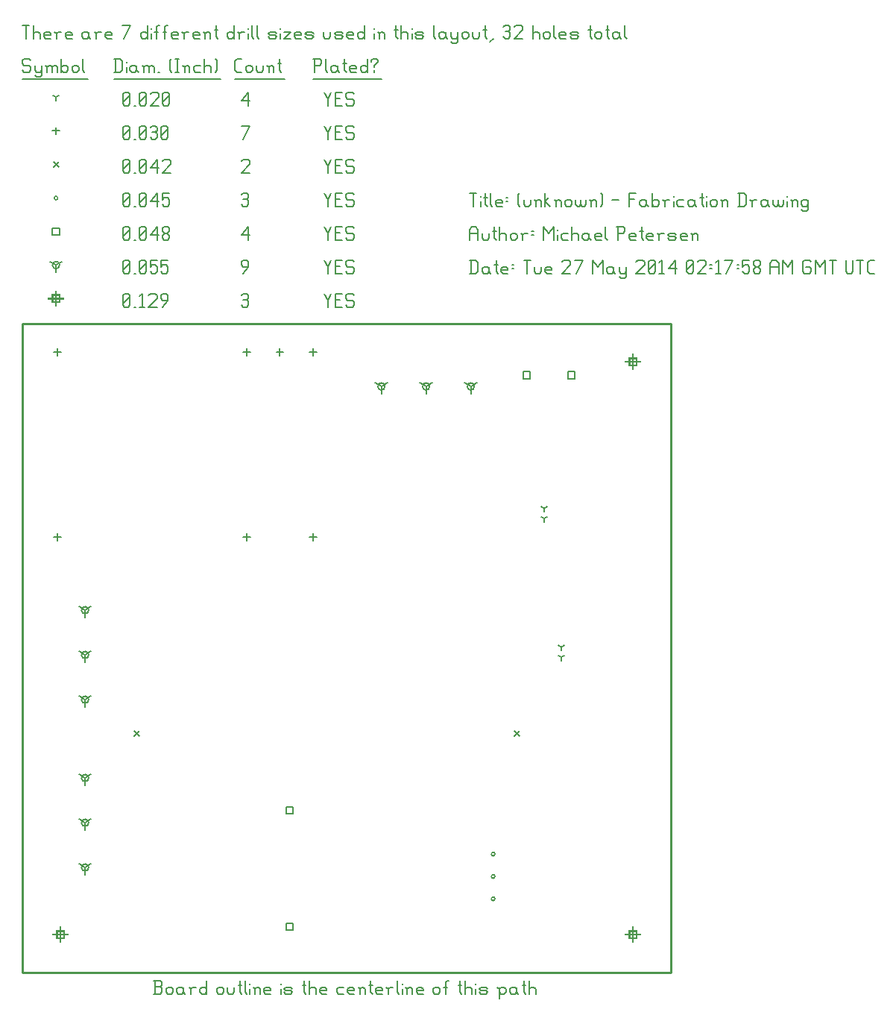
<source format=gbr>
G04 start of page 12 for group -3984 idx -3984 *
G04 Title: (unknown), fab *
G04 Creator: pcb 20110918 *
G04 CreationDate: Tue 27 May 2014 02:17:58 AM GMT UTC *
G04 For: railfan *
G04 Format: Gerber/RS-274X *
G04 PCB-Dimensions: 290000 290000 *
G04 PCB-Coordinate-Origin: lower left *
%MOIN*%
%FSLAX25Y25*%
%LNFAB*%
%ADD100C,0.0100*%
%ADD99C,0.0075*%
%ADD98C,0.0060*%
%ADD97R,0.0080X0.0080*%
G54D97*X273000Y276200D02*Y269800D01*
X269800Y273000D02*X276200D01*
X271400Y274600D02*X274600D01*
X271400D02*Y271400D01*
X274600D01*
Y274600D02*Y271400D01*
X17000Y20200D02*Y13800D01*
X13800Y17000D02*X20200D01*
X15400Y18600D02*X18600D01*
X15400D02*Y15400D01*
X18600D01*
Y18600D02*Y15400D01*
X273000Y20200D02*Y13800D01*
X269800Y17000D02*X276200D01*
X271400Y18600D02*X274600D01*
X271400D02*Y15400D01*
X274600D01*
Y18600D02*Y15400D01*
X15000Y304450D02*Y298050D01*
X11800Y301250D02*X18200D01*
X13400Y302850D02*X16600D01*
X13400D02*Y299650D01*
X16600D01*
Y302850D02*Y299650D01*
G54D98*X135000Y303500D02*X136500Y300500D01*
X138000Y303500D01*
X136500Y300500D02*Y297500D01*
X139800Y300800D02*X142050D01*
X139800Y297500D02*X142800D01*
X139800Y303500D02*Y297500D01*
Y303500D02*X142800D01*
X147600D02*X148350Y302750D01*
X145350Y303500D02*X147600D01*
X144600Y302750D02*X145350Y303500D01*
X144600Y302750D02*Y301250D01*
X145350Y300500D01*
X147600D01*
X148350Y299750D01*
Y298250D01*
X147600Y297500D02*X148350Y298250D01*
X145350Y297500D02*X147600D01*
X144600Y298250D02*X145350Y297500D01*
X98000Y302750D02*X98750Y303500D01*
X100250D01*
X101000Y302750D01*
X100250Y297500D02*X101000Y298250D01*
X98750Y297500D02*X100250D01*
X98000Y298250D02*X98750Y297500D01*
Y300800D02*X100250D01*
X101000Y302750D02*Y301550D01*
Y300050D02*Y298250D01*
Y300050D02*X100250Y300800D01*
X101000Y301550D02*X100250Y300800D01*
X45000Y298250D02*X45750Y297500D01*
X45000Y302750D02*Y298250D01*
Y302750D02*X45750Y303500D01*
X47250D01*
X48000Y302750D01*
Y298250D01*
X47250Y297500D02*X48000Y298250D01*
X45750Y297500D02*X47250D01*
X45000Y299000D02*X48000Y302000D01*
X49800Y297500D02*X50550D01*
X52350Y302300D02*X53550Y303500D01*
Y297500D01*
X52350D02*X54600D01*
X56400Y302750D02*X57150Y303500D01*
X59400D01*
X60150Y302750D01*
Y301250D01*
X56400Y297500D02*X60150Y301250D01*
X56400Y297500D02*X60150D01*
X62700D02*X64950Y300500D01*
Y302750D02*Y300500D01*
X64200Y303500D02*X64950Y302750D01*
X62700Y303500D02*X64200D01*
X61950Y302750D02*X62700Y303500D01*
X61950Y302750D02*Y301250D01*
X62700Y300500D01*
X64950D01*
X28000Y162000D02*Y158800D01*
Y162000D02*X30773Y163600D01*
X28000Y162000D02*X25227Y163600D01*
X26400Y162000D02*G75*G03X29600Y162000I1600J0D01*G01*
G75*G03X26400Y162000I-1600J0D01*G01*
X28000Y142000D02*Y138800D01*
Y142000D02*X30773Y143600D01*
X28000Y142000D02*X25227Y143600D01*
X26400Y142000D02*G75*G03X29600Y142000I1600J0D01*G01*
G75*G03X26400Y142000I-1600J0D01*G01*
X28000Y122000D02*Y118800D01*
Y122000D02*X30773Y123600D01*
X28000Y122000D02*X25227Y123600D01*
X26400Y122000D02*G75*G03X29600Y122000I1600J0D01*G01*
G75*G03X26400Y122000I-1600J0D01*G01*
X200500Y262000D02*Y258800D01*
Y262000D02*X203273Y263600D01*
X200500Y262000D02*X197727Y263600D01*
X198900Y262000D02*G75*G03X202100Y262000I1600J0D01*G01*
G75*G03X198900Y262000I-1600J0D01*G01*
X180500D02*Y258800D01*
Y262000D02*X183273Y263600D01*
X180500Y262000D02*X177727Y263600D01*
X178900Y262000D02*G75*G03X182100Y262000I1600J0D01*G01*
G75*G03X178900Y262000I-1600J0D01*G01*
X160500D02*Y258800D01*
Y262000D02*X163273Y263600D01*
X160500Y262000D02*X157727Y263600D01*
X158900Y262000D02*G75*G03X162100Y262000I1600J0D01*G01*
G75*G03X158900Y262000I-1600J0D01*G01*
X28000Y87000D02*Y83800D01*
Y87000D02*X30773Y88600D01*
X28000Y87000D02*X25227Y88600D01*
X26400Y87000D02*G75*G03X29600Y87000I1600J0D01*G01*
G75*G03X26400Y87000I-1600J0D01*G01*
X28000Y67000D02*Y63800D01*
Y67000D02*X30773Y68600D01*
X28000Y67000D02*X25227Y68600D01*
X26400Y67000D02*G75*G03X29600Y67000I1600J0D01*G01*
G75*G03X26400Y67000I-1600J0D01*G01*
X28000Y47000D02*Y43800D01*
Y47000D02*X30773Y48600D01*
X28000Y47000D02*X25227Y48600D01*
X26400Y47000D02*G75*G03X29600Y47000I1600J0D01*G01*
G75*G03X26400Y47000I-1600J0D01*G01*
X15000Y316250D02*Y313050D01*
Y316250D02*X17773Y317850D01*
X15000Y316250D02*X12227Y317850D01*
X13400Y316250D02*G75*G03X16600Y316250I1600J0D01*G01*
G75*G03X13400Y316250I-1600J0D01*G01*
X135000Y318500D02*X136500Y315500D01*
X138000Y318500D01*
X136500Y315500D02*Y312500D01*
X139800Y315800D02*X142050D01*
X139800Y312500D02*X142800D01*
X139800Y318500D02*Y312500D01*
Y318500D02*X142800D01*
X147600D02*X148350Y317750D01*
X145350Y318500D02*X147600D01*
X144600Y317750D02*X145350Y318500D01*
X144600Y317750D02*Y316250D01*
X145350Y315500D01*
X147600D01*
X148350Y314750D01*
Y313250D01*
X147600Y312500D02*X148350Y313250D01*
X145350Y312500D02*X147600D01*
X144600Y313250D02*X145350Y312500D01*
X98750D02*X101000Y315500D01*
Y317750D02*Y315500D01*
X100250Y318500D02*X101000Y317750D01*
X98750Y318500D02*X100250D01*
X98000Y317750D02*X98750Y318500D01*
X98000Y317750D02*Y316250D01*
X98750Y315500D01*
X101000D01*
X45000Y313250D02*X45750Y312500D01*
X45000Y317750D02*Y313250D01*
Y317750D02*X45750Y318500D01*
X47250D01*
X48000Y317750D01*
Y313250D01*
X47250Y312500D02*X48000Y313250D01*
X45750Y312500D02*X47250D01*
X45000Y314000D02*X48000Y317000D01*
X49800Y312500D02*X50550D01*
X52350Y313250D02*X53100Y312500D01*
X52350Y317750D02*Y313250D01*
Y317750D02*X53100Y318500D01*
X54600D01*
X55350Y317750D01*
Y313250D01*
X54600Y312500D02*X55350Y313250D01*
X53100Y312500D02*X54600D01*
X52350Y314000D02*X55350Y317000D01*
X57150Y318500D02*X60150D01*
X57150D02*Y315500D01*
X57900Y316250D01*
X59400D01*
X60150Y315500D01*
Y313250D01*
X59400Y312500D02*X60150Y313250D01*
X57900Y312500D02*X59400D01*
X57150Y313250D02*X57900Y312500D01*
X61950Y318500D02*X64950D01*
X61950D02*Y315500D01*
X62700Y316250D01*
X64200D01*
X64950Y315500D01*
Y313250D01*
X64200Y312500D02*X64950Y313250D01*
X62700Y312500D02*X64200D01*
X61950Y313250D02*X62700Y312500D01*
X243900Y268600D02*X247100D01*
X243900D02*Y265400D01*
X247100D01*
Y268600D02*Y265400D01*
X223900Y268600D02*X227100D01*
X223900D02*Y265400D01*
X227100D01*
Y268600D02*Y265400D01*
X117900Y74100D02*X121100D01*
X117900D02*Y70900D01*
X121100D01*
Y74100D02*Y70900D01*
X117900Y22100D02*X121100D01*
X117900D02*Y18900D01*
X121100D01*
Y22100D02*Y18900D01*
X13400Y332850D02*X16600D01*
X13400D02*Y329650D01*
X16600D01*
Y332850D02*Y329650D01*
X135000Y333500D02*X136500Y330500D01*
X138000Y333500D01*
X136500Y330500D02*Y327500D01*
X139800Y330800D02*X142050D01*
X139800Y327500D02*X142800D01*
X139800Y333500D02*Y327500D01*
Y333500D02*X142800D01*
X147600D02*X148350Y332750D01*
X145350Y333500D02*X147600D01*
X144600Y332750D02*X145350Y333500D01*
X144600Y332750D02*Y331250D01*
X145350Y330500D01*
X147600D01*
X148350Y329750D01*
Y328250D01*
X147600Y327500D02*X148350Y328250D01*
X145350Y327500D02*X147600D01*
X144600Y328250D02*X145350Y327500D01*
X98000Y329750D02*X101000Y333500D01*
X98000Y329750D02*X101750D01*
X101000Y333500D02*Y327500D01*
X45000Y328250D02*X45750Y327500D01*
X45000Y332750D02*Y328250D01*
Y332750D02*X45750Y333500D01*
X47250D01*
X48000Y332750D01*
Y328250D01*
X47250Y327500D02*X48000Y328250D01*
X45750Y327500D02*X47250D01*
X45000Y329000D02*X48000Y332000D01*
X49800Y327500D02*X50550D01*
X52350Y328250D02*X53100Y327500D01*
X52350Y332750D02*Y328250D01*
Y332750D02*X53100Y333500D01*
X54600D01*
X55350Y332750D01*
Y328250D01*
X54600Y327500D02*X55350Y328250D01*
X53100Y327500D02*X54600D01*
X52350Y329000D02*X55350Y332000D01*
X57150Y329750D02*X60150Y333500D01*
X57150Y329750D02*X60900D01*
X60150Y333500D02*Y327500D01*
X62700Y328250D02*X63450Y327500D01*
X62700Y329450D02*Y328250D01*
Y329450D02*X63750Y330500D01*
X64650D01*
X65700Y329450D01*
Y328250D01*
X64950Y327500D02*X65700Y328250D01*
X63450Y327500D02*X64950D01*
X62700Y331550D02*X63750Y330500D01*
X62700Y332750D02*Y331550D01*
Y332750D02*X63450Y333500D01*
X64950D01*
X65700Y332750D01*
Y331550D01*
X64650Y330500D02*X65700Y331550D01*
X209700Y53000D02*G75*G03X211300Y53000I800J0D01*G01*
G75*G03X209700Y53000I-800J0D01*G01*
Y43000D02*G75*G03X211300Y43000I800J0D01*G01*
G75*G03X209700Y43000I-800J0D01*G01*
Y33000D02*G75*G03X211300Y33000I800J0D01*G01*
G75*G03X209700Y33000I-800J0D01*G01*
X14200Y346250D02*G75*G03X15800Y346250I800J0D01*G01*
G75*G03X14200Y346250I-800J0D01*G01*
X135000Y348500D02*X136500Y345500D01*
X138000Y348500D01*
X136500Y345500D02*Y342500D01*
X139800Y345800D02*X142050D01*
X139800Y342500D02*X142800D01*
X139800Y348500D02*Y342500D01*
Y348500D02*X142800D01*
X147600D02*X148350Y347750D01*
X145350Y348500D02*X147600D01*
X144600Y347750D02*X145350Y348500D01*
X144600Y347750D02*Y346250D01*
X145350Y345500D01*
X147600D01*
X148350Y344750D01*
Y343250D01*
X147600Y342500D02*X148350Y343250D01*
X145350Y342500D02*X147600D01*
X144600Y343250D02*X145350Y342500D01*
X98000Y347750D02*X98750Y348500D01*
X100250D01*
X101000Y347750D01*
X100250Y342500D02*X101000Y343250D01*
X98750Y342500D02*X100250D01*
X98000Y343250D02*X98750Y342500D01*
Y345800D02*X100250D01*
X101000Y347750D02*Y346550D01*
Y345050D02*Y343250D01*
Y345050D02*X100250Y345800D01*
X101000Y346550D02*X100250Y345800D01*
X45000Y343250D02*X45750Y342500D01*
X45000Y347750D02*Y343250D01*
Y347750D02*X45750Y348500D01*
X47250D01*
X48000Y347750D01*
Y343250D01*
X47250Y342500D02*X48000Y343250D01*
X45750Y342500D02*X47250D01*
X45000Y344000D02*X48000Y347000D01*
X49800Y342500D02*X50550D01*
X52350Y343250D02*X53100Y342500D01*
X52350Y347750D02*Y343250D01*
Y347750D02*X53100Y348500D01*
X54600D01*
X55350Y347750D01*
Y343250D01*
X54600Y342500D02*X55350Y343250D01*
X53100Y342500D02*X54600D01*
X52350Y344000D02*X55350Y347000D01*
X57150Y344750D02*X60150Y348500D01*
X57150Y344750D02*X60900D01*
X60150Y348500D02*Y342500D01*
X62700Y348500D02*X65700D01*
X62700D02*Y345500D01*
X63450Y346250D01*
X64950D01*
X65700Y345500D01*
Y343250D01*
X64950Y342500D02*X65700Y343250D01*
X63450Y342500D02*X64950D01*
X62700Y343250D02*X63450Y342500D01*
X49800Y108200D02*X52200Y105800D01*
X49800D02*X52200Y108200D01*
X219800D02*X222200Y105800D01*
X219800D02*X222200Y108200D01*
X13800Y362450D02*X16200Y360050D01*
X13800D02*X16200Y362450D01*
X135000Y363500D02*X136500Y360500D01*
X138000Y363500D01*
X136500Y360500D02*Y357500D01*
X139800Y360800D02*X142050D01*
X139800Y357500D02*X142800D01*
X139800Y363500D02*Y357500D01*
Y363500D02*X142800D01*
X147600D02*X148350Y362750D01*
X145350Y363500D02*X147600D01*
X144600Y362750D02*X145350Y363500D01*
X144600Y362750D02*Y361250D01*
X145350Y360500D01*
X147600D01*
X148350Y359750D01*
Y358250D01*
X147600Y357500D02*X148350Y358250D01*
X145350Y357500D02*X147600D01*
X144600Y358250D02*X145350Y357500D01*
X98000Y362750D02*X98750Y363500D01*
X101000D01*
X101750Y362750D01*
Y361250D01*
X98000Y357500D02*X101750Y361250D01*
X98000Y357500D02*X101750D01*
X45000Y358250D02*X45750Y357500D01*
X45000Y362750D02*Y358250D01*
Y362750D02*X45750Y363500D01*
X47250D01*
X48000Y362750D01*
Y358250D01*
X47250Y357500D02*X48000Y358250D01*
X45750Y357500D02*X47250D01*
X45000Y359000D02*X48000Y362000D01*
X49800Y357500D02*X50550D01*
X52350Y358250D02*X53100Y357500D01*
X52350Y362750D02*Y358250D01*
Y362750D02*X53100Y363500D01*
X54600D01*
X55350Y362750D01*
Y358250D01*
X54600Y357500D02*X55350Y358250D01*
X53100Y357500D02*X54600D01*
X52350Y359000D02*X55350Y362000D01*
X57150Y359750D02*X60150Y363500D01*
X57150Y359750D02*X60900D01*
X60150Y363500D02*Y357500D01*
X62700Y362750D02*X63450Y363500D01*
X65700D01*
X66450Y362750D01*
Y361250D01*
X62700Y357500D02*X66450Y361250D01*
X62700Y357500D02*X66450D01*
X15702Y278907D02*Y275707D01*
X14102Y277307D02*X17302D01*
X100348Y278907D02*Y275707D01*
X98748Y277307D02*X101948D01*
X115111Y278907D02*Y275707D01*
X113511Y277307D02*X116711D01*
X129875Y278907D02*Y275707D01*
X128275Y277307D02*X131475D01*
X129875Y196230D02*Y193030D01*
X128275Y194630D02*X131475D01*
X100348Y196230D02*Y193030D01*
X98748Y194630D02*X101948D01*
X15702Y196230D02*Y193030D01*
X14102Y194630D02*X17302D01*
X15000Y377850D02*Y374650D01*
X13400Y376250D02*X16600D01*
X135000Y378500D02*X136500Y375500D01*
X138000Y378500D01*
X136500Y375500D02*Y372500D01*
X139800Y375800D02*X142050D01*
X139800Y372500D02*X142800D01*
X139800Y378500D02*Y372500D01*
Y378500D02*X142800D01*
X147600D02*X148350Y377750D01*
X145350Y378500D02*X147600D01*
X144600Y377750D02*X145350Y378500D01*
X144600Y377750D02*Y376250D01*
X145350Y375500D01*
X147600D01*
X148350Y374750D01*
Y373250D01*
X147600Y372500D02*X148350Y373250D01*
X145350Y372500D02*X147600D01*
X144600Y373250D02*X145350Y372500D01*
X98750D02*X101750Y378500D01*
X98000D02*X101750D01*
X45000Y373250D02*X45750Y372500D01*
X45000Y377750D02*Y373250D01*
Y377750D02*X45750Y378500D01*
X47250D01*
X48000Y377750D01*
Y373250D01*
X47250Y372500D02*X48000Y373250D01*
X45750Y372500D02*X47250D01*
X45000Y374000D02*X48000Y377000D01*
X49800Y372500D02*X50550D01*
X52350Y373250D02*X53100Y372500D01*
X52350Y377750D02*Y373250D01*
Y377750D02*X53100Y378500D01*
X54600D01*
X55350Y377750D01*
Y373250D01*
X54600Y372500D02*X55350Y373250D01*
X53100Y372500D02*X54600D01*
X52350Y374000D02*X55350Y377000D01*
X57150Y377750D02*X57900Y378500D01*
X59400D01*
X60150Y377750D01*
X59400Y372500D02*X60150Y373250D01*
X57900Y372500D02*X59400D01*
X57150Y373250D02*X57900Y372500D01*
Y375800D02*X59400D01*
X60150Y377750D02*Y376550D01*
Y375050D02*Y373250D01*
Y375050D02*X59400Y375800D01*
X60150Y376550D02*X59400Y375800D01*
X61950Y373250D02*X62700Y372500D01*
X61950Y377750D02*Y373250D01*
Y377750D02*X62700Y378500D01*
X64200D01*
X64950Y377750D01*
Y373250D01*
X64200Y372500D02*X64950Y373250D01*
X62700Y372500D02*X64200D01*
X61950Y374000D02*X64950Y377000D01*
X233200Y203000D02*Y201400D01*
Y203000D02*X234587Y203800D01*
X233200Y203000D02*X231813Y203800D01*
X241000Y145500D02*Y143900D01*
Y145500D02*X242387Y146300D01*
X241000Y145500D02*X239613Y146300D01*
X241000Y141000D02*Y139400D01*
Y141000D02*X242387Y141800D01*
X241000Y141000D02*X239613Y141800D01*
X233200Y207500D02*Y205900D01*
Y207500D02*X234587Y208300D01*
X233200Y207500D02*X231813Y208300D01*
X15000Y391250D02*Y389650D01*
Y391250D02*X16387Y392050D01*
X15000Y391250D02*X13613Y392050D01*
X135000Y393500D02*X136500Y390500D01*
X138000Y393500D01*
X136500Y390500D02*Y387500D01*
X139800Y390800D02*X142050D01*
X139800Y387500D02*X142800D01*
X139800Y393500D02*Y387500D01*
Y393500D02*X142800D01*
X147600D02*X148350Y392750D01*
X145350Y393500D02*X147600D01*
X144600Y392750D02*X145350Y393500D01*
X144600Y392750D02*Y391250D01*
X145350Y390500D01*
X147600D01*
X148350Y389750D01*
Y388250D01*
X147600Y387500D02*X148350Y388250D01*
X145350Y387500D02*X147600D01*
X144600Y388250D02*X145350Y387500D01*
X98000Y389750D02*X101000Y393500D01*
X98000Y389750D02*X101750D01*
X101000Y393500D02*Y387500D01*
X45000Y388250D02*X45750Y387500D01*
X45000Y392750D02*Y388250D01*
Y392750D02*X45750Y393500D01*
X47250D01*
X48000Y392750D01*
Y388250D01*
X47250Y387500D02*X48000Y388250D01*
X45750Y387500D02*X47250D01*
X45000Y389000D02*X48000Y392000D01*
X49800Y387500D02*X50550D01*
X52350Y388250D02*X53100Y387500D01*
X52350Y392750D02*Y388250D01*
Y392750D02*X53100Y393500D01*
X54600D01*
X55350Y392750D01*
Y388250D01*
X54600Y387500D02*X55350Y388250D01*
X53100Y387500D02*X54600D01*
X52350Y389000D02*X55350Y392000D01*
X57150Y392750D02*X57900Y393500D01*
X60150D01*
X60900Y392750D01*
Y391250D01*
X57150Y387500D02*X60900Y391250D01*
X57150Y387500D02*X60900D01*
X62700Y388250D02*X63450Y387500D01*
X62700Y392750D02*Y388250D01*
Y392750D02*X63450Y393500D01*
X64950D01*
X65700Y392750D01*
Y388250D01*
X64950Y387500D02*X65700Y388250D01*
X63450Y387500D02*X64950D01*
X62700Y389000D02*X65700Y392000D01*
X3000Y408500D02*X3750Y407750D01*
X750Y408500D02*X3000D01*
X0Y407750D02*X750Y408500D01*
X0Y407750D02*Y406250D01*
X750Y405500D01*
X3000D01*
X3750Y404750D01*
Y403250D01*
X3000Y402500D02*X3750Y403250D01*
X750Y402500D02*X3000D01*
X0Y403250D02*X750Y402500D01*
X5550Y405500D02*Y403250D01*
X6300Y402500D01*
X8550Y405500D02*Y401000D01*
X7800Y400250D02*X8550Y401000D01*
X6300Y400250D02*X7800D01*
X5550Y401000D02*X6300Y400250D01*
Y402500D02*X7800D01*
X8550Y403250D01*
X11100Y404750D02*Y402500D01*
Y404750D02*X11850Y405500D01*
X12600D01*
X13350Y404750D01*
Y402500D01*
Y404750D02*X14100Y405500D01*
X14850D01*
X15600Y404750D01*
Y402500D01*
X10350Y405500D02*X11100Y404750D01*
X17400Y408500D02*Y402500D01*
Y403250D02*X18150Y402500D01*
X19650D01*
X20400Y403250D01*
Y404750D02*Y403250D01*
X19650Y405500D02*X20400Y404750D01*
X18150Y405500D02*X19650D01*
X17400Y404750D02*X18150Y405500D01*
X22200Y404750D02*Y403250D01*
Y404750D02*X22950Y405500D01*
X24450D01*
X25200Y404750D01*
Y403250D01*
X24450Y402500D02*X25200Y403250D01*
X22950Y402500D02*X24450D01*
X22200Y403250D02*X22950Y402500D01*
X27000Y408500D02*Y403250D01*
X27750Y402500D01*
X0Y399250D02*X29250D01*
X41750Y408500D02*Y402500D01*
X43700Y408500D02*X44750Y407450D01*
Y403550D01*
X43700Y402500D02*X44750Y403550D01*
X41000Y402500D02*X43700D01*
X41000Y408500D02*X43700D01*
G54D99*X46550Y407000D02*Y406850D01*
G54D98*Y404750D02*Y402500D01*
X50300Y405500D02*X51050Y404750D01*
X48800Y405500D02*X50300D01*
X48050Y404750D02*X48800Y405500D01*
X48050Y404750D02*Y403250D01*
X48800Y402500D01*
X51050Y405500D02*Y403250D01*
X51800Y402500D01*
X48800D02*X50300D01*
X51050Y403250D01*
X54350Y404750D02*Y402500D01*
Y404750D02*X55100Y405500D01*
X55850D01*
X56600Y404750D01*
Y402500D01*
Y404750D02*X57350Y405500D01*
X58100D01*
X58850Y404750D01*
Y402500D01*
X53600Y405500D02*X54350Y404750D01*
X60650Y402500D02*X61400D01*
X65900Y403250D02*X66650Y402500D01*
X65900Y407750D02*X66650Y408500D01*
X65900Y407750D02*Y403250D01*
X68450Y408500D02*X69950D01*
X69200D02*Y402500D01*
X68450D02*X69950D01*
X72500Y404750D02*Y402500D01*
Y404750D02*X73250Y405500D01*
X74000D01*
X74750Y404750D01*
Y402500D01*
X71750Y405500D02*X72500Y404750D01*
X77300Y405500D02*X79550D01*
X76550Y404750D02*X77300Y405500D01*
X76550Y404750D02*Y403250D01*
X77300Y402500D01*
X79550D01*
X81350Y408500D02*Y402500D01*
Y404750D02*X82100Y405500D01*
X83600D01*
X84350Y404750D01*
Y402500D01*
X86150Y408500D02*X86900Y407750D01*
Y403250D01*
X86150Y402500D02*X86900Y403250D01*
X41000Y399250D02*X88700D01*
X96050Y402500D02*X98000D01*
X95000Y403550D02*X96050Y402500D01*
X95000Y407450D02*Y403550D01*
Y407450D02*X96050Y408500D01*
X98000D01*
X99800Y404750D02*Y403250D01*
Y404750D02*X100550Y405500D01*
X102050D01*
X102800Y404750D01*
Y403250D01*
X102050Y402500D02*X102800Y403250D01*
X100550Y402500D02*X102050D01*
X99800Y403250D02*X100550Y402500D01*
X104600Y405500D02*Y403250D01*
X105350Y402500D01*
X106850D01*
X107600Y403250D01*
Y405500D02*Y403250D01*
X110150Y404750D02*Y402500D01*
Y404750D02*X110900Y405500D01*
X111650D01*
X112400Y404750D01*
Y402500D01*
X109400Y405500D02*X110150Y404750D01*
X114950Y408500D02*Y403250D01*
X115700Y402500D01*
X114200Y406250D02*X115700D01*
X95000Y399250D02*X117200D01*
X130750Y408500D02*Y402500D01*
X130000Y408500D02*X133000D01*
X133750Y407750D01*
Y406250D01*
X133000Y405500D02*X133750Y406250D01*
X130750Y405500D02*X133000D01*
X135550Y408500D02*Y403250D01*
X136300Y402500D01*
X140050Y405500D02*X140800Y404750D01*
X138550Y405500D02*X140050D01*
X137800Y404750D02*X138550Y405500D01*
X137800Y404750D02*Y403250D01*
X138550Y402500D01*
X140800Y405500D02*Y403250D01*
X141550Y402500D01*
X138550D02*X140050D01*
X140800Y403250D01*
X144100Y408500D02*Y403250D01*
X144850Y402500D01*
X143350Y406250D02*X144850D01*
X147100Y402500D02*X149350D01*
X146350Y403250D02*X147100Y402500D01*
X146350Y404750D02*Y403250D01*
Y404750D02*X147100Y405500D01*
X148600D01*
X149350Y404750D01*
X146350Y404000D02*X149350D01*
Y404750D02*Y404000D01*
X154150Y408500D02*Y402500D01*
X153400D02*X154150Y403250D01*
X151900Y402500D02*X153400D01*
X151150Y403250D02*X151900Y402500D01*
X151150Y404750D02*Y403250D01*
Y404750D02*X151900Y405500D01*
X153400D01*
X154150Y404750D01*
X157450Y405500D02*Y404750D01*
Y403250D02*Y402500D01*
X155950Y407750D02*Y407000D01*
Y407750D02*X156700Y408500D01*
X158200D01*
X158950Y407750D01*
Y407000D01*
X157450Y405500D02*X158950Y407000D01*
X130000Y399250D02*X160750D01*
X0Y423500D02*X3000D01*
X1500D02*Y417500D01*
X4800Y423500D02*Y417500D01*
Y419750D02*X5550Y420500D01*
X7050D01*
X7800Y419750D01*
Y417500D01*
X10350D02*X12600D01*
X9600Y418250D02*X10350Y417500D01*
X9600Y419750D02*Y418250D01*
Y419750D02*X10350Y420500D01*
X11850D01*
X12600Y419750D01*
X9600Y419000D02*X12600D01*
Y419750D02*Y419000D01*
X15150Y419750D02*Y417500D01*
Y419750D02*X15900Y420500D01*
X17400D01*
X14400D02*X15150Y419750D01*
X19950Y417500D02*X22200D01*
X19200Y418250D02*X19950Y417500D01*
X19200Y419750D02*Y418250D01*
Y419750D02*X19950Y420500D01*
X21450D01*
X22200Y419750D01*
X19200Y419000D02*X22200D01*
Y419750D02*Y419000D01*
X28950Y420500D02*X29700Y419750D01*
X27450Y420500D02*X28950D01*
X26700Y419750D02*X27450Y420500D01*
X26700Y419750D02*Y418250D01*
X27450Y417500D01*
X29700Y420500D02*Y418250D01*
X30450Y417500D01*
X27450D02*X28950D01*
X29700Y418250D01*
X33000Y419750D02*Y417500D01*
Y419750D02*X33750Y420500D01*
X35250D01*
X32250D02*X33000Y419750D01*
X37800Y417500D02*X40050D01*
X37050Y418250D02*X37800Y417500D01*
X37050Y419750D02*Y418250D01*
Y419750D02*X37800Y420500D01*
X39300D01*
X40050Y419750D01*
X37050Y419000D02*X40050D01*
Y419750D02*Y419000D01*
X45300Y417500D02*X48300Y423500D01*
X44550D02*X48300D01*
X55800D02*Y417500D01*
X55050D02*X55800Y418250D01*
X53550Y417500D02*X55050D01*
X52800Y418250D02*X53550Y417500D01*
X52800Y419750D02*Y418250D01*
Y419750D02*X53550Y420500D01*
X55050D01*
X55800Y419750D01*
G54D99*X57600Y422000D02*Y421850D01*
G54D98*Y419750D02*Y417500D01*
X59850Y422750D02*Y417500D01*
Y422750D02*X60600Y423500D01*
X61350D01*
X59100Y420500D02*X60600D01*
X63600Y422750D02*Y417500D01*
Y422750D02*X64350Y423500D01*
X65100D01*
X62850Y420500D02*X64350D01*
X67350Y417500D02*X69600D01*
X66600Y418250D02*X67350Y417500D01*
X66600Y419750D02*Y418250D01*
Y419750D02*X67350Y420500D01*
X68850D01*
X69600Y419750D01*
X66600Y419000D02*X69600D01*
Y419750D02*Y419000D01*
X72150Y419750D02*Y417500D01*
Y419750D02*X72900Y420500D01*
X74400D01*
X71400D02*X72150Y419750D01*
X76950Y417500D02*X79200D01*
X76200Y418250D02*X76950Y417500D01*
X76200Y419750D02*Y418250D01*
Y419750D02*X76950Y420500D01*
X78450D01*
X79200Y419750D01*
X76200Y419000D02*X79200D01*
Y419750D02*Y419000D01*
X81750Y419750D02*Y417500D01*
Y419750D02*X82500Y420500D01*
X83250D01*
X84000Y419750D01*
Y417500D01*
X81000Y420500D02*X81750Y419750D01*
X86550Y423500D02*Y418250D01*
X87300Y417500D01*
X85800Y421250D02*X87300D01*
X94500Y423500D02*Y417500D01*
X93750D02*X94500Y418250D01*
X92250Y417500D02*X93750D01*
X91500Y418250D02*X92250Y417500D01*
X91500Y419750D02*Y418250D01*
Y419750D02*X92250Y420500D01*
X93750D01*
X94500Y419750D01*
X97050D02*Y417500D01*
Y419750D02*X97800Y420500D01*
X99300D01*
X96300D02*X97050Y419750D01*
G54D99*X101100Y422000D02*Y421850D01*
G54D98*Y419750D02*Y417500D01*
X102600Y423500D02*Y418250D01*
X103350Y417500D01*
X104850Y423500D02*Y418250D01*
X105600Y417500D01*
X110550D02*X112800D01*
X113550Y418250D01*
X112800Y419000D02*X113550Y418250D01*
X110550Y419000D02*X112800D01*
X109800Y419750D02*X110550Y419000D01*
X109800Y419750D02*X110550Y420500D01*
X112800D01*
X113550Y419750D01*
X109800Y418250D02*X110550Y417500D01*
G54D99*X115350Y422000D02*Y421850D01*
G54D98*Y419750D02*Y417500D01*
X116850Y420500D02*X119850D01*
X116850Y417500D02*X119850Y420500D01*
X116850Y417500D02*X119850D01*
X122400D02*X124650D01*
X121650Y418250D02*X122400Y417500D01*
X121650Y419750D02*Y418250D01*
Y419750D02*X122400Y420500D01*
X123900D01*
X124650Y419750D01*
X121650Y419000D02*X124650D01*
Y419750D02*Y419000D01*
X127200Y417500D02*X129450D01*
X130200Y418250D01*
X129450Y419000D02*X130200Y418250D01*
X127200Y419000D02*X129450D01*
X126450Y419750D02*X127200Y419000D01*
X126450Y419750D02*X127200Y420500D01*
X129450D01*
X130200Y419750D01*
X126450Y418250D02*X127200Y417500D01*
X134700Y420500D02*Y418250D01*
X135450Y417500D01*
X136950D01*
X137700Y418250D01*
Y420500D02*Y418250D01*
X140250Y417500D02*X142500D01*
X143250Y418250D01*
X142500Y419000D02*X143250Y418250D01*
X140250Y419000D02*X142500D01*
X139500Y419750D02*X140250Y419000D01*
X139500Y419750D02*X140250Y420500D01*
X142500D01*
X143250Y419750D01*
X139500Y418250D02*X140250Y417500D01*
X145800D02*X148050D01*
X145050Y418250D02*X145800Y417500D01*
X145050Y419750D02*Y418250D01*
Y419750D02*X145800Y420500D01*
X147300D01*
X148050Y419750D01*
X145050Y419000D02*X148050D01*
Y419750D02*Y419000D01*
X152850Y423500D02*Y417500D01*
X152100D02*X152850Y418250D01*
X150600Y417500D02*X152100D01*
X149850Y418250D02*X150600Y417500D01*
X149850Y419750D02*Y418250D01*
Y419750D02*X150600Y420500D01*
X152100D01*
X152850Y419750D01*
G54D99*X157350Y422000D02*Y421850D01*
G54D98*Y419750D02*Y417500D01*
X159600Y419750D02*Y417500D01*
Y419750D02*X160350Y420500D01*
X161100D01*
X161850Y419750D01*
Y417500D01*
X158850Y420500D02*X159600Y419750D01*
X167100Y423500D02*Y418250D01*
X167850Y417500D01*
X166350Y421250D02*X167850D01*
X169350Y423500D02*Y417500D01*
Y419750D02*X170100Y420500D01*
X171600D01*
X172350Y419750D01*
Y417500D01*
G54D99*X174150Y422000D02*Y421850D01*
G54D98*Y419750D02*Y417500D01*
X176400D02*X178650D01*
X179400Y418250D01*
X178650Y419000D02*X179400Y418250D01*
X176400Y419000D02*X178650D01*
X175650Y419750D02*X176400Y419000D01*
X175650Y419750D02*X176400Y420500D01*
X178650D01*
X179400Y419750D01*
X175650Y418250D02*X176400Y417500D01*
X183900Y423500D02*Y418250D01*
X184650Y417500D01*
X188400Y420500D02*X189150Y419750D01*
X186900Y420500D02*X188400D01*
X186150Y419750D02*X186900Y420500D01*
X186150Y419750D02*Y418250D01*
X186900Y417500D01*
X189150Y420500D02*Y418250D01*
X189900Y417500D01*
X186900D02*X188400D01*
X189150Y418250D01*
X191700Y420500D02*Y418250D01*
X192450Y417500D01*
X194700Y420500D02*Y416000D01*
X193950Y415250D02*X194700Y416000D01*
X192450Y415250D02*X193950D01*
X191700Y416000D02*X192450Y415250D01*
Y417500D02*X193950D01*
X194700Y418250D01*
X196500Y419750D02*Y418250D01*
Y419750D02*X197250Y420500D01*
X198750D01*
X199500Y419750D01*
Y418250D01*
X198750Y417500D02*X199500Y418250D01*
X197250Y417500D02*X198750D01*
X196500Y418250D02*X197250Y417500D01*
X201300Y420500D02*Y418250D01*
X202050Y417500D01*
X203550D01*
X204300Y418250D01*
Y420500D02*Y418250D01*
X206850Y423500D02*Y418250D01*
X207600Y417500D01*
X206100Y421250D02*X207600D01*
X209100Y416000D02*X210600Y417500D01*
X215100Y422750D02*X215850Y423500D01*
X217350D01*
X218100Y422750D01*
X217350Y417500D02*X218100Y418250D01*
X215850Y417500D02*X217350D01*
X215100Y418250D02*X215850Y417500D01*
Y420800D02*X217350D01*
X218100Y422750D02*Y421550D01*
Y420050D02*Y418250D01*
Y420050D02*X217350Y420800D01*
X218100Y421550D02*X217350Y420800D01*
X219900Y422750D02*X220650Y423500D01*
X222900D01*
X223650Y422750D01*
Y421250D01*
X219900Y417500D02*X223650Y421250D01*
X219900Y417500D02*X223650D01*
X228150Y423500D02*Y417500D01*
Y419750D02*X228900Y420500D01*
X230400D01*
X231150Y419750D01*
Y417500D01*
X232950Y419750D02*Y418250D01*
Y419750D02*X233700Y420500D01*
X235200D01*
X235950Y419750D01*
Y418250D01*
X235200Y417500D02*X235950Y418250D01*
X233700Y417500D02*X235200D01*
X232950Y418250D02*X233700Y417500D01*
X237750Y423500D02*Y418250D01*
X238500Y417500D01*
X240750D02*X243000D01*
X240000Y418250D02*X240750Y417500D01*
X240000Y419750D02*Y418250D01*
Y419750D02*X240750Y420500D01*
X242250D01*
X243000Y419750D01*
X240000Y419000D02*X243000D01*
Y419750D02*Y419000D01*
X245550Y417500D02*X247800D01*
X248550Y418250D01*
X247800Y419000D02*X248550Y418250D01*
X245550Y419000D02*X247800D01*
X244800Y419750D02*X245550Y419000D01*
X244800Y419750D02*X245550Y420500D01*
X247800D01*
X248550Y419750D01*
X244800Y418250D02*X245550Y417500D01*
X253800Y423500D02*Y418250D01*
X254550Y417500D01*
X253050Y421250D02*X254550D01*
X256050Y419750D02*Y418250D01*
Y419750D02*X256800Y420500D01*
X258300D01*
X259050Y419750D01*
Y418250D01*
X258300Y417500D02*X259050Y418250D01*
X256800Y417500D02*X258300D01*
X256050Y418250D02*X256800Y417500D01*
X261600Y423500D02*Y418250D01*
X262350Y417500D01*
X260850Y421250D02*X262350D01*
X266100Y420500D02*X266850Y419750D01*
X264600Y420500D02*X266100D01*
X263850Y419750D02*X264600Y420500D01*
X263850Y419750D02*Y418250D01*
X264600Y417500D01*
X266850Y420500D02*Y418250D01*
X267600Y417500D01*
X264600D02*X266100D01*
X266850Y418250D01*
X269400Y423500D02*Y418250D01*
X270150Y417500D01*
G54D100*X0Y290000D02*X290000D01*
Y0D01*
X0D01*
Y290000D01*
G54D98*X58675Y-9500D02*X61675D01*
X62425Y-8750D01*
Y-6950D02*Y-8750D01*
X61675Y-6200D02*X62425Y-6950D01*
X59425Y-6200D02*X61675D01*
X59425Y-3500D02*Y-9500D01*
X58675Y-3500D02*X61675D01*
X62425Y-4250D01*
Y-5450D01*
X61675Y-6200D02*X62425Y-5450D01*
X64225Y-7250D02*Y-8750D01*
Y-7250D02*X64975Y-6500D01*
X66475D01*
X67225Y-7250D01*
Y-8750D01*
X66475Y-9500D02*X67225Y-8750D01*
X64975Y-9500D02*X66475D01*
X64225Y-8750D02*X64975Y-9500D01*
X71275Y-6500D02*X72025Y-7250D01*
X69775Y-6500D02*X71275D01*
X69025Y-7250D02*X69775Y-6500D01*
X69025Y-7250D02*Y-8750D01*
X69775Y-9500D01*
X72025Y-6500D02*Y-8750D01*
X72775Y-9500D01*
X69775D02*X71275D01*
X72025Y-8750D01*
X75325Y-7250D02*Y-9500D01*
Y-7250D02*X76075Y-6500D01*
X77575D01*
X74575D02*X75325Y-7250D01*
X82375Y-3500D02*Y-9500D01*
X81625D02*X82375Y-8750D01*
X80125Y-9500D02*X81625D01*
X79375Y-8750D02*X80125Y-9500D01*
X79375Y-7250D02*Y-8750D01*
Y-7250D02*X80125Y-6500D01*
X81625D01*
X82375Y-7250D01*
X86875D02*Y-8750D01*
Y-7250D02*X87625Y-6500D01*
X89125D01*
X89875Y-7250D01*
Y-8750D01*
X89125Y-9500D02*X89875Y-8750D01*
X87625Y-9500D02*X89125D01*
X86875Y-8750D02*X87625Y-9500D01*
X91675Y-6500D02*Y-8750D01*
X92425Y-9500D01*
X93925D01*
X94675Y-8750D01*
Y-6500D02*Y-8750D01*
X97225Y-3500D02*Y-8750D01*
X97975Y-9500D01*
X96475Y-5750D02*X97975D01*
X99475Y-3500D02*Y-8750D01*
X100225Y-9500D01*
G54D99*X101725Y-5000D02*Y-5150D01*
G54D98*Y-7250D02*Y-9500D01*
X103975Y-7250D02*Y-9500D01*
Y-7250D02*X104725Y-6500D01*
X105475D01*
X106225Y-7250D01*
Y-9500D01*
X103225Y-6500D02*X103975Y-7250D01*
X108775Y-9500D02*X111025D01*
X108025Y-8750D02*X108775Y-9500D01*
X108025Y-7250D02*Y-8750D01*
Y-7250D02*X108775Y-6500D01*
X110275D01*
X111025Y-7250D01*
X108025Y-8000D02*X111025D01*
Y-7250D02*Y-8000D01*
G54D99*X115525Y-5000D02*Y-5150D01*
G54D98*Y-7250D02*Y-9500D01*
X117775D02*X120025D01*
X120775Y-8750D01*
X120025Y-8000D02*X120775Y-8750D01*
X117775Y-8000D02*X120025D01*
X117025Y-7250D02*X117775Y-8000D01*
X117025Y-7250D02*X117775Y-6500D01*
X120025D01*
X120775Y-7250D01*
X117025Y-8750D02*X117775Y-9500D01*
X126025Y-3500D02*Y-8750D01*
X126775Y-9500D01*
X125275Y-5750D02*X126775D01*
X128275Y-3500D02*Y-9500D01*
Y-7250D02*X129025Y-6500D01*
X130525D01*
X131275Y-7250D01*
Y-9500D01*
X133825D02*X136075D01*
X133075Y-8750D02*X133825Y-9500D01*
X133075Y-7250D02*Y-8750D01*
Y-7250D02*X133825Y-6500D01*
X135325D01*
X136075Y-7250D01*
X133075Y-8000D02*X136075D01*
Y-7250D02*Y-8000D01*
X141325Y-6500D02*X143575D01*
X140575Y-7250D02*X141325Y-6500D01*
X140575Y-7250D02*Y-8750D01*
X141325Y-9500D01*
X143575D01*
X146125D02*X148375D01*
X145375Y-8750D02*X146125Y-9500D01*
X145375Y-7250D02*Y-8750D01*
Y-7250D02*X146125Y-6500D01*
X147625D01*
X148375Y-7250D01*
X145375Y-8000D02*X148375D01*
Y-7250D02*Y-8000D01*
X150925Y-7250D02*Y-9500D01*
Y-7250D02*X151675Y-6500D01*
X152425D01*
X153175Y-7250D01*
Y-9500D01*
X150175Y-6500D02*X150925Y-7250D01*
X155725Y-3500D02*Y-8750D01*
X156475Y-9500D01*
X154975Y-5750D02*X156475D01*
X158725Y-9500D02*X160975D01*
X157975Y-8750D02*X158725Y-9500D01*
X157975Y-7250D02*Y-8750D01*
Y-7250D02*X158725Y-6500D01*
X160225D01*
X160975Y-7250D01*
X157975Y-8000D02*X160975D01*
Y-7250D02*Y-8000D01*
X163525Y-7250D02*Y-9500D01*
Y-7250D02*X164275Y-6500D01*
X165775D01*
X162775D02*X163525Y-7250D01*
X167575Y-3500D02*Y-8750D01*
X168325Y-9500D01*
G54D99*X169825Y-5000D02*Y-5150D01*
G54D98*Y-7250D02*Y-9500D01*
X172075Y-7250D02*Y-9500D01*
Y-7250D02*X172825Y-6500D01*
X173575D01*
X174325Y-7250D01*
Y-9500D01*
X171325Y-6500D02*X172075Y-7250D01*
X176875Y-9500D02*X179125D01*
X176125Y-8750D02*X176875Y-9500D01*
X176125Y-7250D02*Y-8750D01*
Y-7250D02*X176875Y-6500D01*
X178375D01*
X179125Y-7250D01*
X176125Y-8000D02*X179125D01*
Y-7250D02*Y-8000D01*
X183625Y-7250D02*Y-8750D01*
Y-7250D02*X184375Y-6500D01*
X185875D01*
X186625Y-7250D01*
Y-8750D01*
X185875Y-9500D02*X186625Y-8750D01*
X184375Y-9500D02*X185875D01*
X183625Y-8750D02*X184375Y-9500D01*
X189175Y-4250D02*Y-9500D01*
Y-4250D02*X189925Y-3500D01*
X190675D01*
X188425Y-6500D02*X189925D01*
X195625Y-3500D02*Y-8750D01*
X196375Y-9500D01*
X194875Y-5750D02*X196375D01*
X197875Y-3500D02*Y-9500D01*
Y-7250D02*X198625Y-6500D01*
X200125D01*
X200875Y-7250D01*
Y-9500D01*
G54D99*X202675Y-5000D02*Y-5150D01*
G54D98*Y-7250D02*Y-9500D01*
X204925D02*X207175D01*
X207925Y-8750D01*
X207175Y-8000D02*X207925Y-8750D01*
X204925Y-8000D02*X207175D01*
X204175Y-7250D02*X204925Y-8000D01*
X204175Y-7250D02*X204925Y-6500D01*
X207175D01*
X207925Y-7250D01*
X204175Y-8750D02*X204925Y-9500D01*
X213175Y-7250D02*Y-11750D01*
X212425Y-6500D02*X213175Y-7250D01*
X213925Y-6500D01*
X215425D01*
X216175Y-7250D01*
Y-8750D01*
X215425Y-9500D02*X216175Y-8750D01*
X213925Y-9500D02*X215425D01*
X213175Y-8750D02*X213925Y-9500D01*
X220225Y-6500D02*X220975Y-7250D01*
X218725Y-6500D02*X220225D01*
X217975Y-7250D02*X218725Y-6500D01*
X217975Y-7250D02*Y-8750D01*
X218725Y-9500D01*
X220975Y-6500D02*Y-8750D01*
X221725Y-9500D01*
X218725D02*X220225D01*
X220975Y-8750D01*
X224275Y-3500D02*Y-8750D01*
X225025Y-9500D01*
X223525Y-5750D02*X225025D01*
X226525Y-3500D02*Y-9500D01*
Y-7250D02*X227275Y-6500D01*
X228775D01*
X229525Y-7250D01*
Y-9500D01*
X200750Y318500D02*Y312500D01*
X202700Y318500D02*X203750Y317450D01*
Y313550D01*
X202700Y312500D02*X203750Y313550D01*
X200000Y312500D02*X202700D01*
X200000Y318500D02*X202700D01*
X207800Y315500D02*X208550Y314750D01*
X206300Y315500D02*X207800D01*
X205550Y314750D02*X206300Y315500D01*
X205550Y314750D02*Y313250D01*
X206300Y312500D01*
X208550Y315500D02*Y313250D01*
X209300Y312500D01*
X206300D02*X207800D01*
X208550Y313250D01*
X211850Y318500D02*Y313250D01*
X212600Y312500D01*
X211100Y316250D02*X212600D01*
X214850Y312500D02*X217100D01*
X214100Y313250D02*X214850Y312500D01*
X214100Y314750D02*Y313250D01*
Y314750D02*X214850Y315500D01*
X216350D01*
X217100Y314750D01*
X214100Y314000D02*X217100D01*
Y314750D02*Y314000D01*
X218900Y316250D02*X219650D01*
X218900Y314750D02*X219650D01*
X224150Y318500D02*X227150D01*
X225650D02*Y312500D01*
X228950Y315500D02*Y313250D01*
X229700Y312500D01*
X231200D01*
X231950Y313250D01*
Y315500D02*Y313250D01*
X234500Y312500D02*X236750D01*
X233750Y313250D02*X234500Y312500D01*
X233750Y314750D02*Y313250D01*
Y314750D02*X234500Y315500D01*
X236000D01*
X236750Y314750D01*
X233750Y314000D02*X236750D01*
Y314750D02*Y314000D01*
X241250Y317750D02*X242000Y318500D01*
X244250D01*
X245000Y317750D01*
Y316250D01*
X241250Y312500D02*X245000Y316250D01*
X241250Y312500D02*X245000D01*
X247550D02*X250550Y318500D01*
X246800D02*X250550D01*
X255050D02*Y312500D01*
Y318500D02*X257300Y315500D01*
X259550Y318500D01*
Y312500D01*
X263600Y315500D02*X264350Y314750D01*
X262100Y315500D02*X263600D01*
X261350Y314750D02*X262100Y315500D01*
X261350Y314750D02*Y313250D01*
X262100Y312500D01*
X264350Y315500D02*Y313250D01*
X265100Y312500D01*
X262100D02*X263600D01*
X264350Y313250D01*
X266900Y315500D02*Y313250D01*
X267650Y312500D01*
X269900Y315500D02*Y311000D01*
X269150Y310250D02*X269900Y311000D01*
X267650Y310250D02*X269150D01*
X266900Y311000D02*X267650Y310250D01*
Y312500D02*X269150D01*
X269900Y313250D01*
X274400Y317750D02*X275150Y318500D01*
X277400D01*
X278150Y317750D01*
Y316250D01*
X274400Y312500D02*X278150Y316250D01*
X274400Y312500D02*X278150D01*
X279950Y313250D02*X280700Y312500D01*
X279950Y317750D02*Y313250D01*
Y317750D02*X280700Y318500D01*
X282200D01*
X282950Y317750D01*
Y313250D01*
X282200Y312500D02*X282950Y313250D01*
X280700Y312500D02*X282200D01*
X279950Y314000D02*X282950Y317000D01*
X284750Y317300D02*X285950Y318500D01*
Y312500D01*
X284750D02*X287000D01*
X288800Y314750D02*X291800Y318500D01*
X288800Y314750D02*X292550D01*
X291800Y318500D02*Y312500D01*
X297050Y313250D02*X297800Y312500D01*
X297050Y317750D02*Y313250D01*
Y317750D02*X297800Y318500D01*
X299300D01*
X300050Y317750D01*
Y313250D01*
X299300Y312500D02*X300050Y313250D01*
X297800Y312500D02*X299300D01*
X297050Y314000D02*X300050Y317000D01*
X301850Y317750D02*X302600Y318500D01*
X304850D01*
X305600Y317750D01*
Y316250D01*
X301850Y312500D02*X305600Y316250D01*
X301850Y312500D02*X305600D01*
X307400Y316250D02*X308150D01*
X307400Y314750D02*X308150D01*
X309950Y317300D02*X311150Y318500D01*
Y312500D01*
X309950D02*X312200D01*
X314750D02*X317750Y318500D01*
X314000D02*X317750D01*
X319550Y316250D02*X320300D01*
X319550Y314750D02*X320300D01*
X322100Y318500D02*X325100D01*
X322100D02*Y315500D01*
X322850Y316250D01*
X324350D01*
X325100Y315500D01*
Y313250D01*
X324350Y312500D02*X325100Y313250D01*
X322850Y312500D02*X324350D01*
X322100Y313250D02*X322850Y312500D01*
X326900Y313250D02*X327650Y312500D01*
X326900Y314450D02*Y313250D01*
Y314450D02*X327950Y315500D01*
X328850D01*
X329900Y314450D01*
Y313250D01*
X329150Y312500D02*X329900Y313250D01*
X327650Y312500D02*X329150D01*
X326900Y316550D02*X327950Y315500D01*
X326900Y317750D02*Y316550D01*
Y317750D02*X327650Y318500D01*
X329150D01*
X329900Y317750D01*
Y316550D01*
X328850Y315500D02*X329900Y316550D01*
X334400Y317000D02*Y312500D01*
Y317000D02*X335450Y318500D01*
X337100D01*
X338150Y317000D01*
Y312500D01*
X334400Y315500D02*X338150D01*
X339950Y318500D02*Y312500D01*
Y318500D02*X342200Y315500D01*
X344450Y318500D01*
Y312500D01*
X351950Y318500D02*X352700Y317750D01*
X349700Y318500D02*X351950D01*
X348950Y317750D02*X349700Y318500D01*
X348950Y317750D02*Y313250D01*
X349700Y312500D01*
X351950D01*
X352700Y313250D01*
Y314750D02*Y313250D01*
X351950Y315500D02*X352700Y314750D01*
X350450Y315500D02*X351950D01*
X354500Y318500D02*Y312500D01*
Y318500D02*X356750Y315500D01*
X359000Y318500D01*
Y312500D01*
X360800Y318500D02*X363800D01*
X362300D02*Y312500D01*
X368300Y318500D02*Y313250D01*
X369050Y312500D01*
X370550D01*
X371300Y313250D01*
Y318500D02*Y313250D01*
X373100Y318500D02*X376100D01*
X374600D02*Y312500D01*
X378950D02*X380900D01*
X377900Y313550D02*X378950Y312500D01*
X377900Y317450D02*Y313550D01*
Y317450D02*X378950Y318500D01*
X380900D01*
X200000Y332000D02*Y327500D01*
Y332000D02*X201050Y333500D01*
X202700D01*
X203750Y332000D01*
Y327500D01*
X200000Y330500D02*X203750D01*
X205550D02*Y328250D01*
X206300Y327500D01*
X207800D01*
X208550Y328250D01*
Y330500D02*Y328250D01*
X211100Y333500D02*Y328250D01*
X211850Y327500D01*
X210350Y331250D02*X211850D01*
X213350Y333500D02*Y327500D01*
Y329750D02*X214100Y330500D01*
X215600D01*
X216350Y329750D01*
Y327500D01*
X218150Y329750D02*Y328250D01*
Y329750D02*X218900Y330500D01*
X220400D01*
X221150Y329750D01*
Y328250D01*
X220400Y327500D02*X221150Y328250D01*
X218900Y327500D02*X220400D01*
X218150Y328250D02*X218900Y327500D01*
X223700Y329750D02*Y327500D01*
Y329750D02*X224450Y330500D01*
X225950D01*
X222950D02*X223700Y329750D01*
X227750Y331250D02*X228500D01*
X227750Y329750D02*X228500D01*
X233000Y333500D02*Y327500D01*
Y333500D02*X235250Y330500D01*
X237500Y333500D01*
Y327500D01*
G54D99*X239300Y332000D02*Y331850D01*
G54D98*Y329750D02*Y327500D01*
X241550Y330500D02*X243800D01*
X240800Y329750D02*X241550Y330500D01*
X240800Y329750D02*Y328250D01*
X241550Y327500D01*
X243800D01*
X245600Y333500D02*Y327500D01*
Y329750D02*X246350Y330500D01*
X247850D01*
X248600Y329750D01*
Y327500D01*
X252650Y330500D02*X253400Y329750D01*
X251150Y330500D02*X252650D01*
X250400Y329750D02*X251150Y330500D01*
X250400Y329750D02*Y328250D01*
X251150Y327500D01*
X253400Y330500D02*Y328250D01*
X254150Y327500D01*
X251150D02*X252650D01*
X253400Y328250D01*
X256700Y327500D02*X258950D01*
X255950Y328250D02*X256700Y327500D01*
X255950Y329750D02*Y328250D01*
Y329750D02*X256700Y330500D01*
X258200D01*
X258950Y329750D01*
X255950Y329000D02*X258950D01*
Y329750D02*Y329000D01*
X260750Y333500D02*Y328250D01*
X261500Y327500D01*
X266450Y333500D02*Y327500D01*
X265700Y333500D02*X268700D01*
X269450Y332750D01*
Y331250D01*
X268700Y330500D02*X269450Y331250D01*
X266450Y330500D02*X268700D01*
X272000Y327500D02*X274250D01*
X271250Y328250D02*X272000Y327500D01*
X271250Y329750D02*Y328250D01*
Y329750D02*X272000Y330500D01*
X273500D01*
X274250Y329750D01*
X271250Y329000D02*X274250D01*
Y329750D02*Y329000D01*
X276800Y333500D02*Y328250D01*
X277550Y327500D01*
X276050Y331250D02*X277550D01*
X279800Y327500D02*X282050D01*
X279050Y328250D02*X279800Y327500D01*
X279050Y329750D02*Y328250D01*
Y329750D02*X279800Y330500D01*
X281300D01*
X282050Y329750D01*
X279050Y329000D02*X282050D01*
Y329750D02*Y329000D01*
X284600Y329750D02*Y327500D01*
Y329750D02*X285350Y330500D01*
X286850D01*
X283850D02*X284600Y329750D01*
X289400Y327500D02*X291650D01*
X292400Y328250D01*
X291650Y329000D02*X292400Y328250D01*
X289400Y329000D02*X291650D01*
X288650Y329750D02*X289400Y329000D01*
X288650Y329750D02*X289400Y330500D01*
X291650D01*
X292400Y329750D01*
X288650Y328250D02*X289400Y327500D01*
X294950D02*X297200D01*
X294200Y328250D02*X294950Y327500D01*
X294200Y329750D02*Y328250D01*
Y329750D02*X294950Y330500D01*
X296450D01*
X297200Y329750D01*
X294200Y329000D02*X297200D01*
Y329750D02*Y329000D01*
X299750Y329750D02*Y327500D01*
Y329750D02*X300500Y330500D01*
X301250D01*
X302000Y329750D01*
Y327500D01*
X299000Y330500D02*X299750Y329750D01*
X200000Y348500D02*X203000D01*
X201500D02*Y342500D01*
G54D99*X204800Y347000D02*Y346850D01*
G54D98*Y344750D02*Y342500D01*
X207050Y348500D02*Y343250D01*
X207800Y342500D01*
X206300Y346250D02*X207800D01*
X209300Y348500D02*Y343250D01*
X210050Y342500D01*
X212300D02*X214550D01*
X211550Y343250D02*X212300Y342500D01*
X211550Y344750D02*Y343250D01*
Y344750D02*X212300Y345500D01*
X213800D01*
X214550Y344750D01*
X211550Y344000D02*X214550D01*
Y344750D02*Y344000D01*
X216350Y346250D02*X217100D01*
X216350Y344750D02*X217100D01*
X221600Y343250D02*X222350Y342500D01*
X221600Y347750D02*X222350Y348500D01*
X221600Y347750D02*Y343250D01*
X224150Y345500D02*Y343250D01*
X224900Y342500D01*
X226400D01*
X227150Y343250D01*
Y345500D02*Y343250D01*
X229700Y344750D02*Y342500D01*
Y344750D02*X230450Y345500D01*
X231200D01*
X231950Y344750D01*
Y342500D01*
X228950Y345500D02*X229700Y344750D01*
X233750Y348500D02*Y342500D01*
Y344750D02*X236000Y342500D01*
X233750Y344750D02*X235250Y346250D01*
X238550Y344750D02*Y342500D01*
Y344750D02*X239300Y345500D01*
X240050D01*
X240800Y344750D01*
Y342500D01*
X237800Y345500D02*X238550Y344750D01*
X242600D02*Y343250D01*
Y344750D02*X243350Y345500D01*
X244850D01*
X245600Y344750D01*
Y343250D01*
X244850Y342500D02*X245600Y343250D01*
X243350Y342500D02*X244850D01*
X242600Y343250D02*X243350Y342500D01*
X247400Y345500D02*Y343250D01*
X248150Y342500D01*
X248900D01*
X249650Y343250D01*
Y345500D02*Y343250D01*
X250400Y342500D01*
X251150D01*
X251900Y343250D01*
Y345500D02*Y343250D01*
X254450Y344750D02*Y342500D01*
Y344750D02*X255200Y345500D01*
X255950D01*
X256700Y344750D01*
Y342500D01*
X253700Y345500D02*X254450Y344750D01*
X258500Y348500D02*X259250Y347750D01*
Y343250D01*
X258500Y342500D02*X259250Y343250D01*
X263750Y345500D02*X266750D01*
X271250Y348500D02*Y342500D01*
Y348500D02*X274250D01*
X271250Y345800D02*X273500D01*
X278300Y345500D02*X279050Y344750D01*
X276800Y345500D02*X278300D01*
X276050Y344750D02*X276800Y345500D01*
X276050Y344750D02*Y343250D01*
X276800Y342500D01*
X279050Y345500D02*Y343250D01*
X279800Y342500D01*
X276800D02*X278300D01*
X279050Y343250D01*
X281600Y348500D02*Y342500D01*
Y343250D02*X282350Y342500D01*
X283850D01*
X284600Y343250D01*
Y344750D02*Y343250D01*
X283850Y345500D02*X284600Y344750D01*
X282350Y345500D02*X283850D01*
X281600Y344750D02*X282350Y345500D01*
X287150Y344750D02*Y342500D01*
Y344750D02*X287900Y345500D01*
X289400D01*
X286400D02*X287150Y344750D01*
G54D99*X291200Y347000D02*Y346850D01*
G54D98*Y344750D02*Y342500D01*
X293450Y345500D02*X295700D01*
X292700Y344750D02*X293450Y345500D01*
X292700Y344750D02*Y343250D01*
X293450Y342500D01*
X295700D01*
X299750Y345500D02*X300500Y344750D01*
X298250Y345500D02*X299750D01*
X297500Y344750D02*X298250Y345500D01*
X297500Y344750D02*Y343250D01*
X298250Y342500D01*
X300500Y345500D02*Y343250D01*
X301250Y342500D01*
X298250D02*X299750D01*
X300500Y343250D01*
X303800Y348500D02*Y343250D01*
X304550Y342500D01*
X303050Y346250D02*X304550D01*
G54D99*X306050Y347000D02*Y346850D01*
G54D98*Y344750D02*Y342500D01*
X307550Y344750D02*Y343250D01*
Y344750D02*X308300Y345500D01*
X309800D01*
X310550Y344750D01*
Y343250D01*
X309800Y342500D02*X310550Y343250D01*
X308300Y342500D02*X309800D01*
X307550Y343250D02*X308300Y342500D01*
X313100Y344750D02*Y342500D01*
Y344750D02*X313850Y345500D01*
X314600D01*
X315350Y344750D01*
Y342500D01*
X312350Y345500D02*X313100Y344750D01*
X320600Y348500D02*Y342500D01*
X322550Y348500D02*X323600Y347450D01*
Y343550D01*
X322550Y342500D02*X323600Y343550D01*
X319850Y342500D02*X322550D01*
X319850Y348500D02*X322550D01*
X326150Y344750D02*Y342500D01*
Y344750D02*X326900Y345500D01*
X328400D01*
X325400D02*X326150Y344750D01*
X332450Y345500D02*X333200Y344750D01*
X330950Y345500D02*X332450D01*
X330200Y344750D02*X330950Y345500D01*
X330200Y344750D02*Y343250D01*
X330950Y342500D01*
X333200Y345500D02*Y343250D01*
X333950Y342500D01*
X330950D02*X332450D01*
X333200Y343250D01*
X335750Y345500D02*Y343250D01*
X336500Y342500D01*
X337250D01*
X338000Y343250D01*
Y345500D02*Y343250D01*
X338750Y342500D01*
X339500D01*
X340250Y343250D01*
Y345500D02*Y343250D01*
G54D99*X342050Y347000D02*Y346850D01*
G54D98*Y344750D02*Y342500D01*
X344300Y344750D02*Y342500D01*
Y344750D02*X345050Y345500D01*
X345800D01*
X346550Y344750D01*
Y342500D01*
X343550Y345500D02*X344300Y344750D01*
X350600Y345500D02*X351350Y344750D01*
X349100Y345500D02*X350600D01*
X348350Y344750D02*X349100Y345500D01*
X348350Y344750D02*Y343250D01*
X349100Y342500D01*
X350600D01*
X351350Y343250D01*
X348350Y341000D02*X349100Y340250D01*
X350600D01*
X351350Y341000D01*
Y345500D02*Y341000D01*
M02*

</source>
